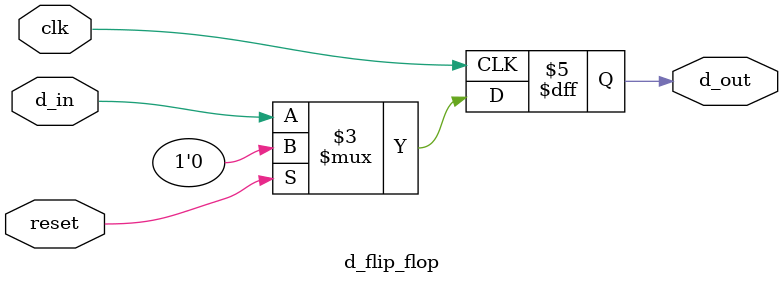
<source format=v>
module d_flip_flop (
    input wire clk,          // Clock signal
    input wire reset,        // Synchronous reset
    input wire d_in,         // Data input
    output reg d_out         // Data output
);
    always @(posedge clk) begin
        if (reset)
            d_out <= 0;      // Reset the output to 0
        else
            d_out <= d_in;   // Store the input data on the rising edge of the clock
    end
endmodule

</source>
